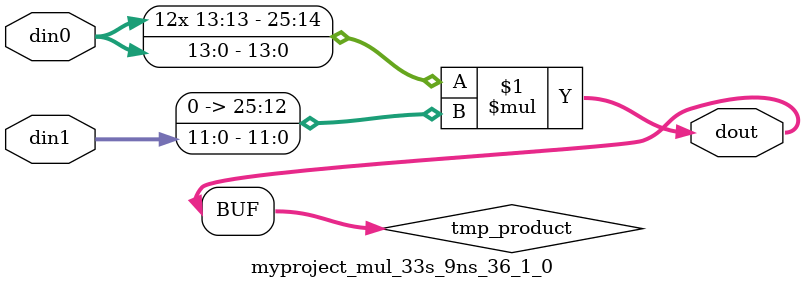
<source format=v>

`timescale 1 ns / 1 ps

  module myproject_mul_33s_9ns_36_1_0(din0, din1, dout);
parameter ID = 1;
parameter NUM_STAGE = 0;
parameter din0_WIDTH = 14;
parameter din1_WIDTH = 12;
parameter dout_WIDTH = 26;

input [din0_WIDTH - 1 : 0] din0; 
input [din1_WIDTH - 1 : 0] din1; 
output [dout_WIDTH - 1 : 0] dout;

wire signed [dout_WIDTH - 1 : 0] tmp_product;












assign tmp_product = $signed(din0) * $signed({1'b0, din1});









assign dout = tmp_product;







endmodule

</source>
